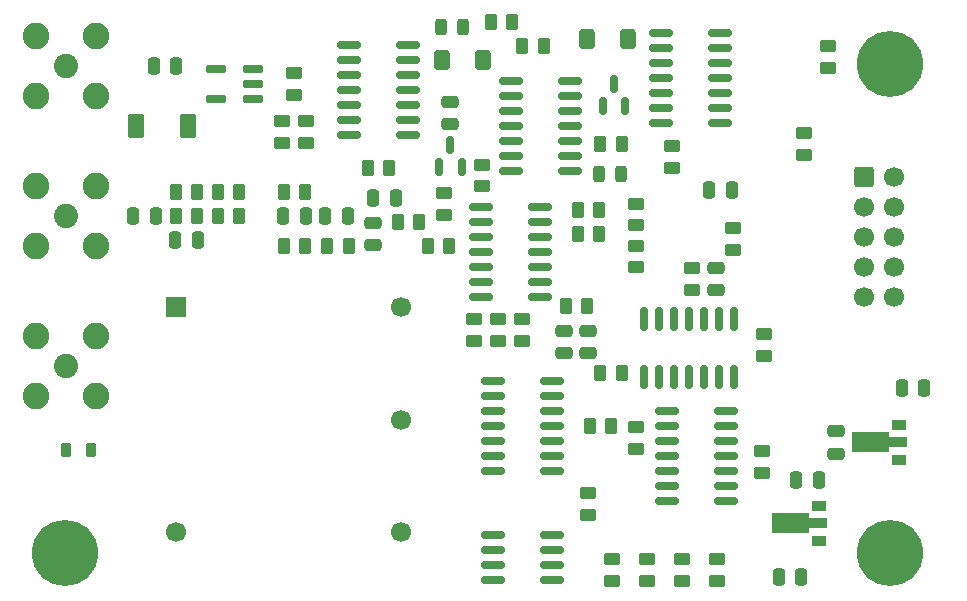
<source format=gbr>
%TF.GenerationSoftware,KiCad,Pcbnew,8.0.0*%
%TF.CreationDate,2024-03-08T18:23:45+01:00*%
%TF.ProjectId,33120a,33333132-3061-42e6-9b69-6361645f7063,rev?*%
%TF.SameCoordinates,Original*%
%TF.FileFunction,Soldermask,Top*%
%TF.FilePolarity,Negative*%
%FSLAX46Y46*%
G04 Gerber Fmt 4.6, Leading zero omitted, Abs format (unit mm)*
G04 Created by KiCad (PCBNEW 8.0.0) date 2024-03-08 18:23:45*
%MOMM*%
%LPD*%
G01*
G04 APERTURE LIST*
G04 Aperture macros list*
%AMRoundRect*
0 Rectangle with rounded corners*
0 $1 Rounding radius*
0 $2 $3 $4 $5 $6 $7 $8 $9 X,Y pos of 4 corners*
0 Add a 4 corners polygon primitive as box body*
4,1,4,$2,$3,$4,$5,$6,$7,$8,$9,$2,$3,0*
0 Add four circle primitives for the rounded corners*
1,1,$1+$1,$2,$3*
1,1,$1+$1,$4,$5*
1,1,$1+$1,$6,$7*
1,1,$1+$1,$8,$9*
0 Add four rect primitives between the rounded corners*
20,1,$1+$1,$2,$3,$4,$5,0*
20,1,$1+$1,$4,$5,$6,$7,0*
20,1,$1+$1,$6,$7,$8,$9,0*
20,1,$1+$1,$8,$9,$2,$3,0*%
%AMFreePoly0*
4,1,9,3.862500,-0.866500,0.737500,-0.866500,0.737500,-0.450000,-0.737500,-0.450000,-0.737500,0.450000,0.737500,0.450000,0.737500,0.866500,3.862500,0.866500,3.862500,-0.866500,3.862500,-0.866500,$1*%
G04 Aperture macros list end*
%ADD10RoundRect,0.250000X-0.475000X0.250000X-0.475000X-0.250000X0.475000X-0.250000X0.475000X0.250000X0*%
%ADD11RoundRect,0.250000X-0.250000X-0.475000X0.250000X-0.475000X0.250000X0.475000X-0.250000X0.475000X0*%
%ADD12RoundRect,0.250000X0.450000X-0.262500X0.450000X0.262500X-0.450000X0.262500X-0.450000X-0.262500X0*%
%ADD13RoundRect,0.218750X-0.218750X-0.381250X0.218750X-0.381250X0.218750X0.381250X-0.218750X0.381250X0*%
%ADD14RoundRect,0.250000X-0.450000X0.262500X-0.450000X-0.262500X0.450000X-0.262500X0.450000X0.262500X0*%
%ADD15RoundRect,0.150000X-0.150000X0.825000X-0.150000X-0.825000X0.150000X-0.825000X0.150000X0.825000X0*%
%ADD16RoundRect,0.250000X-0.262500X-0.450000X0.262500X-0.450000X0.262500X0.450000X-0.262500X0.450000X0*%
%ADD17C,2.050000*%
%ADD18C,2.250000*%
%ADD19RoundRect,0.250000X0.475000X-0.250000X0.475000X0.250000X-0.475000X0.250000X-0.475000X-0.250000X0*%
%ADD20RoundRect,0.150000X-0.825000X-0.150000X0.825000X-0.150000X0.825000X0.150000X-0.825000X0.150000X0*%
%ADD21RoundRect,0.250000X0.250000X0.475000X-0.250000X0.475000X-0.250000X-0.475000X0.250000X-0.475000X0*%
%ADD22RoundRect,0.250000X0.262500X0.450000X-0.262500X0.450000X-0.262500X-0.450000X0.262500X-0.450000X0*%
%ADD23C,3.600000*%
%ADD24C,5.600000*%
%ADD25R,1.300000X0.900000*%
%ADD26FreePoly0,180.000000*%
%ADD27RoundRect,0.250000X-0.400000X-0.600000X0.400000X-0.600000X0.400000X0.600000X-0.400000X0.600000X0*%
%ADD28RoundRect,0.243750X-0.243750X-0.456250X0.243750X-0.456250X0.243750X0.456250X-0.243750X0.456250X0*%
%ADD29RoundRect,0.150000X0.150000X-0.587500X0.150000X0.587500X-0.150000X0.587500X-0.150000X-0.587500X0*%
%ADD30RoundRect,0.250000X-0.450000X-0.800000X0.450000X-0.800000X0.450000X0.800000X-0.450000X0.800000X0*%
%ADD31RoundRect,0.250000X0.400000X0.600000X-0.400000X0.600000X-0.400000X-0.600000X0.400000X-0.600000X0*%
%ADD32RoundRect,0.190000X-0.635000X-0.190000X0.635000X-0.190000X0.635000X0.190000X-0.635000X0.190000X0*%
%ADD33R,1.700000X1.700000*%
%ADD34C,1.700000*%
%ADD35RoundRect,0.250000X-0.600000X-0.600000X0.600000X-0.600000X0.600000X0.600000X-0.600000X0.600000X0*%
G04 APERTURE END LIST*
D10*
%TO.C,C127*%
X151511000Y-103444000D03*
X151511000Y-105344000D03*
%TD*%
D11*
%TO.C,C123*%
X150942000Y-96901000D03*
X152842000Y-96901000D03*
%TD*%
D12*
%TO.C,R106*%
X144780000Y-103425000D03*
X144780000Y-101600000D03*
%TD*%
D11*
%TO.C,C101*%
X103927500Y-86360000D03*
X105827500Y-86360000D03*
%TD*%
D12*
%TO.C,R103*%
X116840000Y-92860500D03*
X116840000Y-91035500D03*
%TD*%
%TO.C,R143*%
X148648000Y-129944500D03*
X148648000Y-128119500D03*
%TD*%
D13*
%TO.C,FB101*%
X96473500Y-118872000D03*
X98598500Y-118872000D03*
%TD*%
D14*
%TO.C,R118*%
X131064000Y-107799500D03*
X131064000Y-109624500D03*
%TD*%
D15*
%TO.C,U106*%
X153035000Y-107761000D03*
X151765000Y-107761000D03*
X150495000Y-107761000D03*
X149225000Y-107761000D03*
X147955000Y-107761000D03*
X146685000Y-107761000D03*
X145415000Y-107761000D03*
X145415000Y-112711000D03*
X146685000Y-112711000D03*
X147955000Y-112711000D03*
X149225000Y-112711000D03*
X150495000Y-112711000D03*
X151765000Y-112711000D03*
X153035000Y-112711000D03*
%TD*%
D16*
%TO.C,R117*%
X109323500Y-97028000D03*
X111148500Y-97028000D03*
%TD*%
D17*
%TO.C,J2*%
X96520000Y-99060000D03*
D18*
X93980000Y-96520000D03*
X93980000Y-101600000D03*
X99060000Y-96520000D03*
X99060000Y-101600000D03*
%TD*%
D12*
%TO.C,R119*%
X133096000Y-109624500D03*
X133096000Y-107799500D03*
%TD*%
D14*
%TO.C,R139*%
X161036000Y-84685500D03*
X161036000Y-86510500D03*
%TD*%
D19*
%TO.C,C105*%
X138684000Y-110678000D03*
X138684000Y-108778000D03*
%TD*%
D20*
%TO.C,U104*%
X146877000Y-83566000D03*
X146877000Y-84836000D03*
X146877000Y-86106000D03*
X146877000Y-87376000D03*
X146877000Y-88646000D03*
X146877000Y-89916000D03*
X146877000Y-91186000D03*
X151827000Y-91186000D03*
X151827000Y-89916000D03*
X151827000Y-88646000D03*
X151827000Y-87376000D03*
X151827000Y-86106000D03*
X151827000Y-84836000D03*
X151827000Y-83566000D03*
%TD*%
D21*
%TO.C,C109*%
X116807000Y-99060000D03*
X114907000Y-99060000D03*
%TD*%
D20*
%TO.C,U103*%
X132653000Y-113030000D03*
X132653000Y-114300000D03*
X132653000Y-115570000D03*
X132653000Y-116840000D03*
X132653000Y-118110000D03*
X132653000Y-119380000D03*
X132653000Y-120650000D03*
X137603000Y-120650000D03*
X137603000Y-119380000D03*
X137603000Y-118110000D03*
X137603000Y-116840000D03*
X137603000Y-115570000D03*
X137603000Y-114300000D03*
X137603000Y-113030000D03*
%TD*%
D21*
%TO.C,C112*%
X158765000Y-129667000D03*
X156865000Y-129667000D03*
%TD*%
D16*
%TO.C,R135*%
X109323500Y-99060000D03*
X111148500Y-99060000D03*
%TD*%
D12*
%TO.C,R140*%
X144780000Y-118768500D03*
X144780000Y-116943500D03*
%TD*%
%TO.C,R111*%
X147828000Y-94996000D03*
X147828000Y-93171000D03*
%TD*%
D22*
%TO.C,R115*%
X136929500Y-84709000D03*
X135104500Y-84709000D03*
%TD*%
D21*
%TO.C,C104*%
X124394000Y-97536000D03*
X122494000Y-97536000D03*
%TD*%
D16*
%TO.C,R137*%
X140819500Y-116840000D03*
X142644500Y-116840000D03*
%TD*%
%TO.C,R107*%
X124563500Y-99568000D03*
X126388500Y-99568000D03*
%TD*%
D14*
%TO.C,R129*%
X153000000Y-100087500D03*
X153000000Y-101912500D03*
%TD*%
D10*
%TO.C,C103*%
X129032000Y-89408000D03*
X129032000Y-91308000D03*
%TD*%
D22*
%TO.C,R126*%
X116769500Y-97028000D03*
X114944500Y-97028000D03*
%TD*%
D23*
%TO.C,H2*%
X166243000Y-86233000D03*
D24*
X166243000Y-86233000D03*
%TD*%
D14*
%TO.C,R127*%
X159004000Y-92051500D03*
X159004000Y-93876500D03*
%TD*%
D22*
%TO.C,R113*%
X128928500Y-101600000D03*
X127103500Y-101600000D03*
%TD*%
D12*
%TO.C,R141*%
X142748000Y-129944500D03*
X142748000Y-128119500D03*
%TD*%
D20*
%TO.C,U112*%
X132653000Y-126111000D03*
X132653000Y-127381000D03*
X132653000Y-128651000D03*
X132653000Y-129921000D03*
X137603000Y-129921000D03*
X137603000Y-128651000D03*
X137603000Y-127381000D03*
X137603000Y-126111000D03*
%TD*%
D12*
%TO.C,R138*%
X155448000Y-120800500D03*
X155448000Y-118975500D03*
%TD*%
D25*
%TO.C,U109*%
X167050000Y-119737000D03*
D26*
X166962500Y-118237000D03*
D25*
X167050000Y-116737000D03*
%TD*%
D27*
%TO.C,CR106*%
X140617000Y-84074000D03*
X144117000Y-84074000D03*
%TD*%
D22*
%TO.C,R110*%
X143557000Y-92964000D03*
X141732000Y-92964000D03*
%TD*%
D14*
%TO.C,R136*%
X140716000Y-122531500D03*
X140716000Y-124356500D03*
%TD*%
D20*
%TO.C,U105*%
X147385000Y-115570000D03*
X147385000Y-116840000D03*
X147385000Y-118110000D03*
X147385000Y-119380000D03*
X147385000Y-120650000D03*
X147385000Y-121920000D03*
X147385000Y-123190000D03*
X152335000Y-123190000D03*
X152335000Y-121920000D03*
X152335000Y-120650000D03*
X152335000Y-119380000D03*
X152335000Y-118110000D03*
X152335000Y-116840000D03*
X152335000Y-115570000D03*
%TD*%
D25*
%TO.C,U108*%
X160273000Y-126595000D03*
D26*
X160185500Y-125095000D03*
D25*
X160273000Y-123595000D03*
%TD*%
D10*
%TO.C,C107*%
X122461000Y-99634000D03*
X122461000Y-101534000D03*
%TD*%
D14*
%TO.C,R112*%
X128524000Y-97131500D03*
X128524000Y-98956500D03*
%TD*%
D28*
%TO.C,CR105*%
X128221500Y-83058000D03*
X130096500Y-83058000D03*
%TD*%
D16*
%TO.C,R133*%
X105767500Y-99060000D03*
X107592500Y-99060000D03*
%TD*%
%TO.C,R124*%
X118604000Y-101600000D03*
X120429000Y-101600000D03*
%TD*%
D29*
%TO.C,CR104*%
X141925000Y-89759000D03*
X143825000Y-89759000D03*
X142875000Y-87884000D03*
%TD*%
D14*
%TO.C,R101*%
X115824000Y-86971500D03*
X115824000Y-88796500D03*
%TD*%
D17*
%TO.C,J1*%
X96520000Y-86360000D03*
D18*
X93980000Y-83820000D03*
X93980000Y-88900000D03*
X99060000Y-83820000D03*
X99060000Y-88900000D03*
%TD*%
D22*
%TO.C,R114*%
X134262500Y-82677000D03*
X132437500Y-82677000D03*
%TD*%
D12*
%TO.C,R120*%
X135128000Y-109624500D03*
X135128000Y-107799500D03*
%TD*%
D30*
%TO.C,CR108*%
X102448000Y-91440000D03*
X106848000Y-91440000D03*
%TD*%
D14*
%TO.C,R102*%
X114808000Y-91035500D03*
X114808000Y-92860500D03*
%TD*%
D22*
%TO.C,R122*%
X140612500Y-106680000D03*
X138787500Y-106680000D03*
%TD*%
D12*
%TO.C,R142*%
X145698000Y-129944500D03*
X145698000Y-128119500D03*
%TD*%
D11*
%TO.C,C122*%
X102174000Y-99060000D03*
X104074000Y-99060000D03*
%TD*%
D31*
%TO.C,CR102*%
X131798000Y-85852000D03*
X128298000Y-85852000D03*
%TD*%
D12*
%TO.C,R105*%
X144780000Y-99869000D03*
X144780000Y-98044000D03*
%TD*%
D32*
%TO.C,T101*%
X112334000Y-86614000D03*
X112334000Y-87884000D03*
X112334000Y-89154000D03*
X109154000Y-89154000D03*
X109154000Y-86614000D03*
%TD*%
D12*
%TO.C,R144*%
X151598000Y-129944500D03*
X151598000Y-128119500D03*
%TD*%
D23*
%TO.C,H1*%
X166243000Y-127635000D03*
D24*
X166243000Y-127635000D03*
%TD*%
D22*
%TO.C,R121*%
X143533500Y-112395000D03*
X141708500Y-112395000D03*
%TD*%
D23*
%TO.C,H3*%
X96393000Y-127635000D03*
D24*
X96393000Y-127635000D03*
%TD*%
D21*
%TO.C,C108*%
X120363000Y-99060000D03*
X118463000Y-99060000D03*
%TD*%
%TO.C,C111*%
X160223000Y-121412000D03*
X158323000Y-121412000D03*
%TD*%
D10*
%TO.C,C114*%
X161671000Y-117287000D03*
X161671000Y-119187000D03*
%TD*%
D19*
%TO.C,C106*%
X140716000Y-110678000D03*
X140716000Y-108778000D03*
%TD*%
D14*
%TO.C,R123*%
X155575000Y-109069500D03*
X155575000Y-110894500D03*
%TD*%
D16*
%TO.C,R125*%
X114944500Y-101600000D03*
X116769500Y-101600000D03*
%TD*%
D22*
%TO.C,R108*%
X141628500Y-100584000D03*
X139803500Y-100584000D03*
%TD*%
D33*
%TO.C,U110*%
X105791000Y-106807000D03*
D34*
X105791000Y-125857000D03*
X124841000Y-125857000D03*
X124841000Y-116332000D03*
X124841000Y-106807000D03*
%TD*%
D20*
%TO.C,U107*%
X131637000Y-98298000D03*
X131637000Y-99568000D03*
X131637000Y-100838000D03*
X131637000Y-102108000D03*
X131637000Y-103378000D03*
X131637000Y-104648000D03*
X131637000Y-105918000D03*
X136587000Y-105918000D03*
X136587000Y-104648000D03*
X136587000Y-103378000D03*
X136587000Y-102108000D03*
X136587000Y-100838000D03*
X136587000Y-99568000D03*
X136587000Y-98298000D03*
%TD*%
D22*
%TO.C,R109*%
X141628500Y-98552000D03*
X139803500Y-98552000D03*
%TD*%
D20*
%TO.C,U101*%
X120461000Y-84582000D03*
X120461000Y-85852000D03*
X120461000Y-87122000D03*
X120461000Y-88392000D03*
X120461000Y-89662000D03*
X120461000Y-90932000D03*
X120461000Y-92202000D03*
X125411000Y-92202000D03*
X125411000Y-90932000D03*
X125411000Y-89662000D03*
X125411000Y-88392000D03*
X125411000Y-87122000D03*
X125411000Y-85852000D03*
X125411000Y-84582000D03*
%TD*%
D35*
%TO.C,CBL1*%
X164084000Y-95758000D03*
D34*
X166624000Y-95758000D03*
X164084000Y-98298000D03*
X166624000Y-98298000D03*
X164084000Y-100838000D03*
X166624000Y-100838000D03*
X164084000Y-103378000D03*
X166624000Y-103378000D03*
X164084000Y-105918000D03*
X166624000Y-105918000D03*
%TD*%
D12*
%TO.C,R116*%
X131699000Y-96543500D03*
X131699000Y-94718500D03*
%TD*%
D28*
%TO.C,CR103*%
X141600500Y-95504000D03*
X143475500Y-95504000D03*
%TD*%
D29*
%TO.C,CR101*%
X128082000Y-94917500D03*
X129982000Y-94917500D03*
X129032000Y-93042500D03*
%TD*%
D16*
%TO.C,R104*%
X122023500Y-94996000D03*
X123848500Y-94996000D03*
%TD*%
D12*
%TO.C,R128*%
X149479000Y-105306500D03*
X149479000Y-103481500D03*
%TD*%
D21*
%TO.C,C113*%
X169164000Y-113665000D03*
X167264000Y-113665000D03*
%TD*%
D17*
%TO.C,P2*%
X96520000Y-111760000D03*
D18*
X93980000Y-109220000D03*
X93980000Y-114300000D03*
X99060000Y-109220000D03*
X99060000Y-114300000D03*
%TD*%
D16*
%TO.C,R134*%
X105767500Y-97028000D03*
X107592500Y-97028000D03*
%TD*%
D11*
%TO.C,C102*%
X105730000Y-101092000D03*
X107630000Y-101092000D03*
%TD*%
D20*
%TO.C,U102*%
X134177000Y-87630000D03*
X134177000Y-88900000D03*
X134177000Y-90170000D03*
X134177000Y-91440000D03*
X134177000Y-92710000D03*
X134177000Y-93980000D03*
X134177000Y-95250000D03*
X139127000Y-95250000D03*
X139127000Y-93980000D03*
X139127000Y-92710000D03*
X139127000Y-91440000D03*
X139127000Y-90170000D03*
X139127000Y-88900000D03*
X139127000Y-87630000D03*
%TD*%
M02*

</source>
